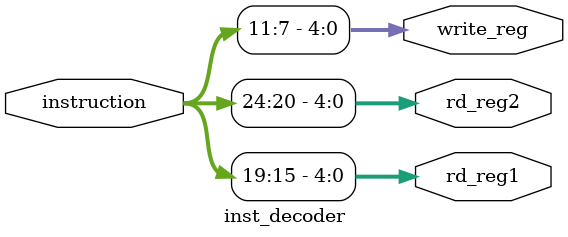
<source format=v>
`timescale 1ns / 1ps


module inst_decoder(instruction, rd_reg1, rd_reg2, write_reg

    );
    
    input [31:0] instruction;
    output [4:0] rd_reg1, rd_reg2, write_reg;
    
    assign rd_reg1=instruction[19:15];
    assign rd_reg2=instruction[24:20];
    assign write_reg=instruction[11:7];

endmodule

</source>
